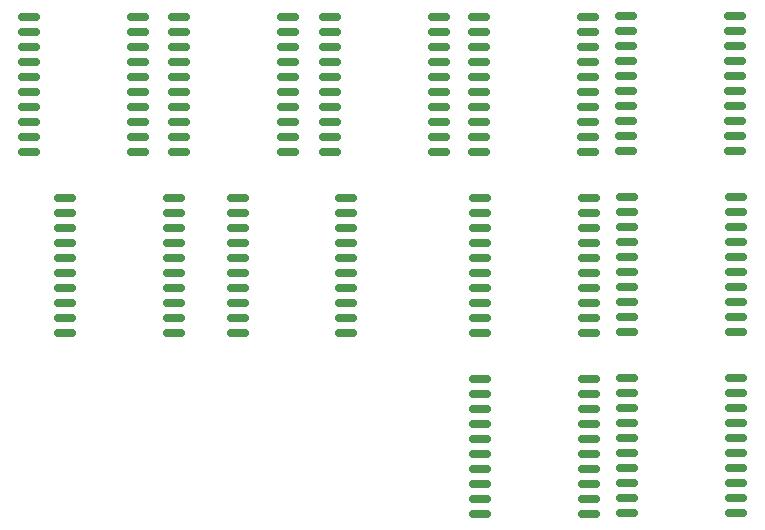
<source format=gbr>
%TF.GenerationSoftware,KiCad,Pcbnew,8.0.8+dfsg-1*%
%TF.CreationDate,2025-07-24T04:48:21-04:00*%
%TF.ProjectId,VGA_SRAM_SHUIELD_DOUBLE_BUFFER,5647415f-5352-4414-9d5f-53485549454c,rev?*%
%TF.SameCoordinates,Original*%
%TF.FileFunction,Paste,Bot*%
%TF.FilePolarity,Positive*%
%FSLAX46Y46*%
G04 Gerber Fmt 4.6, Leading zero omitted, Abs format (unit mm)*
G04 Created by KiCad (PCBNEW 8.0.8+dfsg-1) date 2025-07-24 04:48:21*
%MOMM*%
%LPD*%
G01*
G04 APERTURE LIST*
G04 Aperture macros list*
%AMRoundRect*
0 Rectangle with rounded corners*
0 $1 Rounding radius*
0 $2 $3 $4 $5 $6 $7 $8 $9 X,Y pos of 4 corners*
0 Add a 4 corners polygon primitive as box body*
4,1,4,$2,$3,$4,$5,$6,$7,$8,$9,$2,$3,0*
0 Add four circle primitives for the rounded corners*
1,1,$1+$1,$2,$3*
1,1,$1+$1,$4,$5*
1,1,$1+$1,$6,$7*
1,1,$1+$1,$8,$9*
0 Add four rect primitives between the rounded corners*
20,1,$1+$1,$2,$3,$4,$5,0*
20,1,$1+$1,$4,$5,$6,$7,0*
20,1,$1+$1,$6,$7,$8,$9,0*
20,1,$1+$1,$8,$9,$2,$3,0*%
G04 Aperture macros list end*
%ADD10RoundRect,0.150000X0.800000X0.150000X-0.800000X0.150000X-0.800000X-0.150000X0.800000X-0.150000X0*%
G04 APERTURE END LIST*
D10*
%TO.C,U9*%
X106000000Y-167855000D03*
X106000000Y-169125000D03*
X106000000Y-170395000D03*
X106000000Y-171665000D03*
X106000000Y-172935000D03*
X106000000Y-174205000D03*
X106000000Y-175475000D03*
X106000000Y-176745000D03*
X106000000Y-178015000D03*
X106000000Y-179285000D03*
X96800000Y-179285000D03*
X96800000Y-178015000D03*
X96800000Y-176745000D03*
X96800000Y-175475000D03*
X96800000Y-174205000D03*
X96800000Y-172935000D03*
X96800000Y-171665000D03*
X96800000Y-170395000D03*
X96800000Y-169125000D03*
X96800000Y-167855000D03*
%TD*%
%TO.C,U21*%
X80500000Y-137210000D03*
X80500000Y-138480000D03*
X80500000Y-139750000D03*
X80500000Y-141020000D03*
X80500000Y-142290000D03*
X80500000Y-143560000D03*
X80500000Y-144830000D03*
X80500000Y-146100000D03*
X80500000Y-147370000D03*
X80500000Y-148640000D03*
X71300000Y-148640000D03*
X71300000Y-147370000D03*
X71300000Y-146100000D03*
X71300000Y-144830000D03*
X71300000Y-143560000D03*
X71300000Y-142290000D03*
X71300000Y-141020000D03*
X71300000Y-139750000D03*
X71300000Y-138480000D03*
X71300000Y-137210000D03*
%TD*%
%TO.C,U18*%
X118360000Y-137140000D03*
X118360000Y-138410000D03*
X118360000Y-139680000D03*
X118360000Y-140950000D03*
X118360000Y-142220000D03*
X118360000Y-143490000D03*
X118360000Y-144760000D03*
X118360000Y-146030000D03*
X118360000Y-147300000D03*
X118360000Y-148570000D03*
X109160000Y-148570000D03*
X109160000Y-147300000D03*
X109160000Y-146030000D03*
X109160000Y-144760000D03*
X109160000Y-143490000D03*
X109160000Y-142220000D03*
X109160000Y-140950000D03*
X109160000Y-139680000D03*
X109160000Y-138410000D03*
X109160000Y-137140000D03*
%TD*%
%TO.C,U16*%
X105910000Y-137210000D03*
X105910000Y-138480000D03*
X105910000Y-139750000D03*
X105910000Y-141020000D03*
X105910000Y-142290000D03*
X105910000Y-143560000D03*
X105910000Y-144830000D03*
X105910000Y-146100000D03*
X105910000Y-147370000D03*
X105910000Y-148640000D03*
X96710000Y-148640000D03*
X96710000Y-147370000D03*
X96710000Y-146100000D03*
X96710000Y-144830000D03*
X96710000Y-143560000D03*
X96710000Y-142290000D03*
X96710000Y-141020000D03*
X96710000Y-139750000D03*
X96710000Y-138480000D03*
X96710000Y-137210000D03*
%TD*%
%TO.C,U10*%
X109250000Y-167785000D03*
X109250000Y-169055000D03*
X109250000Y-170325000D03*
X109250000Y-171595000D03*
X109250000Y-172865000D03*
X109250000Y-174135000D03*
X109250000Y-175405000D03*
X109250000Y-176675000D03*
X109250000Y-177945000D03*
X109250000Y-179215000D03*
X118450000Y-179215000D03*
X118450000Y-177945000D03*
X118450000Y-176675000D03*
X118450000Y-175405000D03*
X118450000Y-174135000D03*
X118450000Y-172865000D03*
X118450000Y-171595000D03*
X118450000Y-170325000D03*
X118450000Y-169055000D03*
X118450000Y-167785000D03*
%TD*%
%TO.C,U5*%
X106000000Y-152535000D03*
X106000000Y-153805000D03*
X106000000Y-155075000D03*
X106000000Y-156345000D03*
X106000000Y-157615000D03*
X106000000Y-158885000D03*
X106000000Y-160155000D03*
X106000000Y-161425000D03*
X106000000Y-162695000D03*
X106000000Y-163965000D03*
X96800000Y-163965000D03*
X96800000Y-162695000D03*
X96800000Y-161425000D03*
X96800000Y-160155000D03*
X96800000Y-158885000D03*
X96800000Y-157615000D03*
X96800000Y-156345000D03*
X96800000Y-155075000D03*
X96800000Y-153805000D03*
X96800000Y-152535000D03*
%TD*%
%TO.C,U6*%
X118450000Y-152465000D03*
X118450000Y-153735000D03*
X118450000Y-155005000D03*
X118450000Y-156275000D03*
X118450000Y-157545000D03*
X118450000Y-158815000D03*
X118450000Y-160085000D03*
X118450000Y-161355000D03*
X118450000Y-162625000D03*
X118450000Y-163895000D03*
X109250000Y-163895000D03*
X109250000Y-162625000D03*
X109250000Y-161355000D03*
X109250000Y-160085000D03*
X109250000Y-158815000D03*
X109250000Y-157545000D03*
X109250000Y-156275000D03*
X109250000Y-155005000D03*
X109250000Y-153735000D03*
X109250000Y-152465000D03*
%TD*%
%TO.C,U2*%
X70860000Y-152520000D03*
X70860000Y-153790000D03*
X70860000Y-155060000D03*
X70860000Y-156330000D03*
X70860000Y-157600000D03*
X70860000Y-158870000D03*
X70860000Y-160140000D03*
X70860000Y-161410000D03*
X70860000Y-162680000D03*
X70860000Y-163950000D03*
X61660000Y-163950000D03*
X61660000Y-162680000D03*
X61660000Y-161410000D03*
X61660000Y-160140000D03*
X61660000Y-158870000D03*
X61660000Y-157600000D03*
X61660000Y-156330000D03*
X61660000Y-155060000D03*
X61660000Y-153790000D03*
X61660000Y-152520000D03*
%TD*%
%TO.C,U17*%
X93320000Y-137210000D03*
X93320000Y-138480000D03*
X93320000Y-139750000D03*
X93320000Y-141020000D03*
X93320000Y-142290000D03*
X93320000Y-143560000D03*
X93320000Y-144830000D03*
X93320000Y-146100000D03*
X93320000Y-147370000D03*
X93320000Y-148640000D03*
X84120000Y-148640000D03*
X84120000Y-147370000D03*
X84120000Y-146100000D03*
X84120000Y-144830000D03*
X84120000Y-143560000D03*
X84120000Y-142290000D03*
X84120000Y-141020000D03*
X84120000Y-139750000D03*
X84120000Y-138480000D03*
X84120000Y-137210000D03*
%TD*%
%TO.C,U1*%
X85470000Y-152535000D03*
X85470000Y-153805000D03*
X85470000Y-155075000D03*
X85470000Y-156345000D03*
X85470000Y-157615000D03*
X85470000Y-158885000D03*
X85470000Y-160155000D03*
X85470000Y-161425000D03*
X85470000Y-162695000D03*
X85470000Y-163965000D03*
X76270000Y-163965000D03*
X76270000Y-162695000D03*
X76270000Y-161425000D03*
X76270000Y-160155000D03*
X76270000Y-158885000D03*
X76270000Y-157615000D03*
X76270000Y-156345000D03*
X76270000Y-155075000D03*
X76270000Y-153805000D03*
X76270000Y-152535000D03*
%TD*%
%TO.C,U22*%
X67850000Y-137210000D03*
X67850000Y-138480000D03*
X67850000Y-139750000D03*
X67850000Y-141020000D03*
X67850000Y-142290000D03*
X67850000Y-143560000D03*
X67850000Y-144830000D03*
X67850000Y-146100000D03*
X67850000Y-147370000D03*
X67850000Y-148640000D03*
X58650000Y-148640000D03*
X58650000Y-147370000D03*
X58650000Y-146100000D03*
X58650000Y-144830000D03*
X58650000Y-143560000D03*
X58650000Y-142290000D03*
X58650000Y-141020000D03*
X58650000Y-139750000D03*
X58650000Y-138480000D03*
X58650000Y-137210000D03*
%TD*%
M02*

</source>
